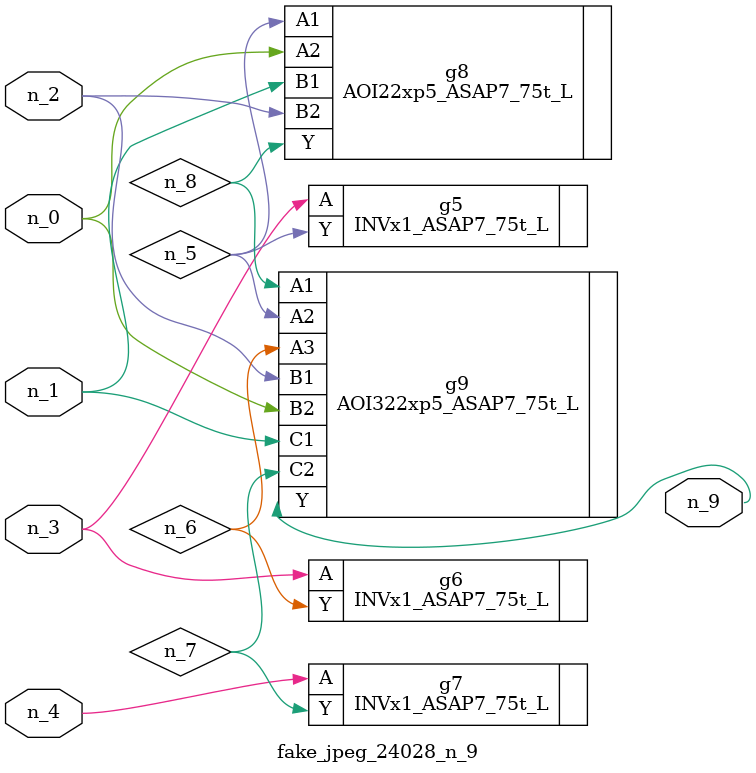
<source format=v>
module fake_jpeg_24028_n_9 (n_3, n_2, n_1, n_0, n_4, n_9);

input n_3;
input n_2;
input n_1;
input n_0;
input n_4;

output n_9;

wire n_8;
wire n_6;
wire n_5;
wire n_7;

INVx1_ASAP7_75t_L g5 ( 
.A(n_3),
.Y(n_5)
);

INVx1_ASAP7_75t_L g6 ( 
.A(n_3),
.Y(n_6)
);

INVx1_ASAP7_75t_L g7 ( 
.A(n_4),
.Y(n_7)
);

AOI22xp5_ASAP7_75t_L g8 ( 
.A1(n_5),
.A2(n_0),
.B1(n_1),
.B2(n_2),
.Y(n_8)
);

AOI322xp5_ASAP7_75t_L g9 ( 
.A1(n_8),
.A2(n_5),
.A3(n_6),
.B1(n_2),
.B2(n_0),
.C1(n_1),
.C2(n_7),
.Y(n_9)
);


endmodule
</source>
